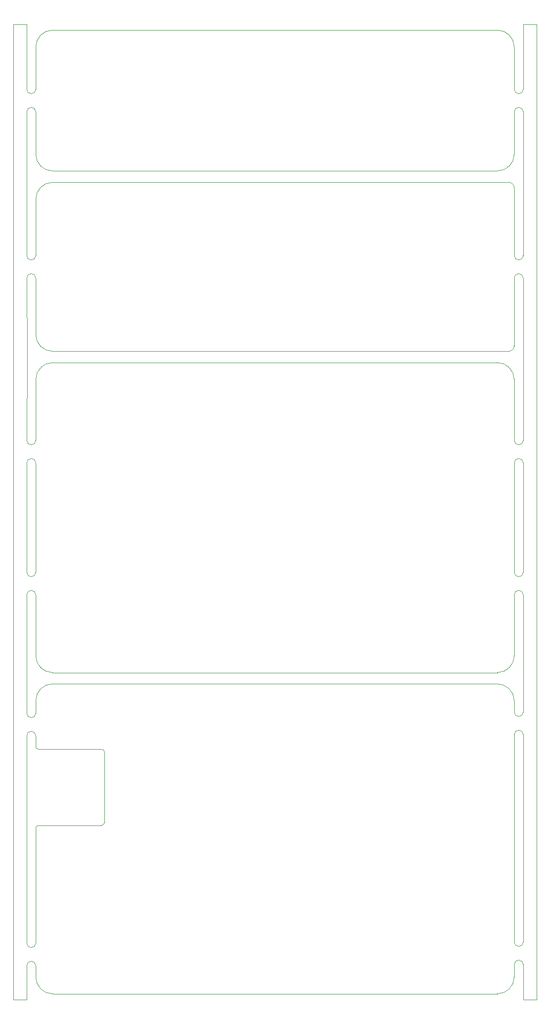
<source format=gbr>
%TF.GenerationSoftware,KiCad,Pcbnew,8.0.3*%
%TF.CreationDate,2024-07-18T08:21:33+12:00*%
%TF.ProjectId,Batch 1,42617463-6820-4312-9e6b-696361645f70,rev?*%
%TF.SameCoordinates,Original*%
%TF.FileFunction,Profile,NP*%
%FSLAX46Y46*%
G04 Gerber Fmt 4.6, Leading zero omitted, Abs format (unit mm)*
G04 Created by KiCad (PCBNEW 8.0.3) date 2024-07-18 08:21:33*
%MOMM*%
%LPD*%
G01*
G04 APERTURE LIST*
%TA.AperFunction,Profile*%
%ADD10C,0.050000*%
%TD*%
G04 APERTURE END LIST*
D10*
X102800001Y-27700001D02*
G75*
G02*
X103599999Y-28500001I-1J-799999D01*
G01*
X102000000Y-76000000D02*
X102000000Y-86300000D01*
X103600002Y-186000002D02*
X106000000Y-186000002D01*
X16199999Y-54799999D02*
G75*
G02*
X15400001Y-53999999I1J799999D01*
G01*
X15400002Y-176000002D02*
X15400002Y-139200002D01*
X29200002Y-154600002D02*
G75*
G02*
X28700002Y-155100002I-500002J2D01*
G01*
X13000000Y-186000000D02*
X13000000Y-129000000D01*
X17000000Y-44000000D02*
G75*
G02*
X20000000Y-41000000I3000000J0D01*
G01*
X15400000Y-24500000D02*
X15400000Y-13000000D01*
X17000002Y-134700002D02*
X17000002Y-133000002D01*
X101000000Y-41000000D02*
G75*
G02*
X102000000Y-42000000I0J-1000000D01*
G01*
X20000002Y-130000002D02*
X99000002Y-130000002D01*
X102000002Y-133000002D02*
X102000002Y-134500002D01*
X13000000Y-129000000D02*
X13000000Y-72000000D01*
X102000000Y-17000000D02*
X102000000Y-24000000D01*
X20000000Y-128000000D02*
X99000000Y-128000000D01*
X20000002Y-185000002D02*
X99000002Y-185000002D01*
X99000000Y-14000000D02*
G75*
G02*
X102000000Y-17000000I0J-3000000D01*
G01*
X105996250Y-13000000D02*
X106000000Y-40000000D01*
X17500002Y-141600002D02*
X28700002Y-141600002D01*
X20000002Y-185000002D02*
G75*
G02*
X16999998Y-182000002I-2J3000002D01*
G01*
X17000000Y-125000000D02*
X17000000Y-114700000D01*
X17000000Y-36000000D02*
X17000000Y-29000000D01*
X28700002Y-141600002D02*
G75*
G02*
X29199998Y-142100002I-2J-499998D01*
G01*
X20000000Y-73000000D02*
X99000000Y-73000000D01*
X20000000Y-128000000D02*
G75*
G02*
X17000000Y-125000000I0J3000000D01*
G01*
X16199999Y-25299999D02*
G75*
G02*
X15400001Y-24499999I1J799999D01*
G01*
X13000000Y-72000000D02*
X13000000Y-40000000D01*
X99000002Y-130000002D02*
G75*
G02*
X101999998Y-133000002I-2J-2999998D01*
G01*
X15400000Y-28500000D02*
G75*
G02*
X16200000Y-27700000I800000J0D01*
G01*
X102000002Y-180300002D02*
X102000002Y-182000002D01*
X106000000Y-129000002D02*
X106000000Y-186000002D01*
X20000000Y-41000000D02*
X101000000Y-41000000D01*
X13000000Y-40000000D02*
X13000000Y-13000000D01*
X20000000Y-71000000D02*
X101000000Y-71000000D01*
X17000000Y-68000000D02*
X17000000Y-58500000D01*
X15400002Y-129000002D02*
X15400002Y-135200002D01*
X99000000Y-73000000D02*
G75*
G02*
X102000000Y-76000000I0J-3000000D01*
G01*
X102000000Y-70000000D02*
G75*
G02*
X101000000Y-71000000I-1000000J0D01*
G01*
X15400000Y-13000000D02*
X13000000Y-13000000D01*
X15400000Y-86800000D02*
X15500000Y-72000000D01*
X20000000Y-14000000D02*
X99000000Y-14000000D01*
X105996250Y-40000000D02*
X106000000Y-72000000D01*
X15400001Y-53999999D02*
X15400000Y-40000000D01*
X102000002Y-139500002D02*
X102000002Y-175300002D01*
X17000000Y-86300000D02*
X17000000Y-76000000D01*
X103600000Y-72000000D02*
X103607500Y-86800000D01*
X103600000Y-13000000D02*
X103600000Y-24500000D01*
X20000000Y-71000000D02*
G75*
G02*
X17000000Y-68000000I0J3000000D01*
G01*
X15400000Y-58000000D02*
G75*
G02*
X16200000Y-57200000I800000J0D01*
G01*
X17000002Y-133000002D02*
G75*
G02*
X20000002Y-130000002I2999998J2D01*
G01*
X103600002Y-139000002D02*
X103600002Y-175800002D01*
X17000002Y-155600002D02*
G75*
G02*
X17500002Y-155100002I499998J2D01*
G01*
X15392500Y-129000000D02*
X15392500Y-114200000D01*
X17500002Y-141600002D02*
G75*
G02*
X16999998Y-141100002I-2J500002D01*
G01*
X103600000Y-28500000D02*
X103600000Y-40000000D01*
X102000000Y-36000000D02*
G75*
G02*
X99000000Y-39000000I-3000000J0D01*
G01*
X103600000Y-24500000D02*
G75*
G02*
X102800000Y-25300000I-800000J0D01*
G01*
X15400002Y-186000002D02*
X13000000Y-186000000D01*
X102000000Y-29000000D02*
X102000000Y-36000000D01*
X103600002Y-186000002D02*
X103600002Y-179800002D01*
X102000000Y-91300000D02*
X102000000Y-109700000D01*
X15400000Y-40000000D02*
X15400000Y-28500000D01*
X29200002Y-142100002D02*
X29200002Y-154600002D01*
X103600002Y-129000002D02*
X103600002Y-135000002D01*
X103603750Y-13000000D02*
X105996250Y-13000000D01*
X102000002Y-182000002D02*
G75*
G02*
X99000002Y-185000002I-3000002J2D01*
G01*
X20000000Y-39000000D02*
X99000000Y-39000000D01*
X102000000Y-125000000D02*
G75*
G02*
X99000000Y-128000000I-3000000J0D01*
G01*
X20000000Y-39000000D02*
G75*
G02*
X17000000Y-36000000I0J3000000D01*
G01*
X102000000Y-114700000D02*
X102000000Y-125000000D01*
X103600000Y-90800000D02*
X103600000Y-110200000D01*
X102000000Y-58500000D02*
X102000000Y-70000000D01*
X103600000Y-114200000D02*
X103600000Y-129000000D01*
X17000002Y-175500002D02*
X17000002Y-155600002D01*
X17000000Y-53500000D02*
X17000000Y-44000000D01*
X17000000Y-24000000D02*
X17000000Y-17000000D01*
X17000000Y-17000000D02*
G75*
G02*
X20000000Y-14000000I3000000J0D01*
G01*
X106000000Y-72000000D02*
X106000000Y-129000000D01*
X103600000Y-40000000D02*
X103600000Y-54000000D01*
X17000000Y-76000000D02*
G75*
G02*
X20000000Y-73000000I3000000J0D01*
G01*
X17000000Y-109700000D02*
X17000000Y-91300000D01*
X17000002Y-141100002D02*
X17000002Y-139700002D01*
X103600000Y-54000000D02*
G75*
G02*
X102800000Y-54800000I-800000J0D01*
G01*
X15400000Y-110200000D02*
X15400000Y-90800000D01*
X103599999Y-58000001D02*
X103600000Y-72000000D01*
X28700002Y-155100002D02*
X17500002Y-155100002D01*
X102000000Y-42000000D02*
X102000000Y-53500000D01*
X17000002Y-182000002D02*
X17000002Y-180500002D01*
X102800001Y-57200001D02*
G75*
G02*
X103599999Y-58000001I-1J-799999D01*
G01*
X15500000Y-72000000D02*
X15400000Y-58000000D01*
X15400002Y-186000002D02*
X15400002Y-180000002D01*
%TO.C,*%
X16200002Y-136000002D02*
G75*
G02*
X15400002Y-135200002I1J800001D01*
G01*
%TO.C,MB1*%
X17000000Y-24500000D02*
X17000000Y-24000000D01*
X17000000Y-28500000D02*
X17000000Y-29000000D01*
X16200000Y-27700000D02*
G75*
G02*
X17000000Y-28500000I-1J-800001D01*
G01*
X17000000Y-24500000D02*
G75*
G02*
X16200000Y-25300000I-800000J0D01*
G01*
%TO.C,*%
X16200000Y-87600000D02*
G75*
G02*
X15400000Y-86800000I1J800001D01*
G01*
%TO.C,MB4*%
X102000000Y-54000000D02*
X102000000Y-53500000D01*
X102000000Y-58000000D02*
X102000000Y-58500000D01*
X102000000Y-58000000D02*
G75*
G02*
X102800000Y-57200000I800000J0D01*
G01*
X102800000Y-54800000D02*
G75*
G02*
X102000000Y-54000000I1J800001D01*
G01*
%TO.C,REF\u002A\u002A*%
X102000000Y-86800000D02*
X102000000Y-86300000D01*
X102000000Y-90800000D02*
X102000000Y-91300000D01*
X102000000Y-90800000D02*
G75*
G02*
X102800000Y-90000000I800000J0D01*
G01*
X102800000Y-87600000D02*
G75*
G02*
X102000000Y-86800000I1J800001D01*
G01*
%TO.C,*%
X103600000Y-110200000D02*
G75*
G02*
X102800000Y-111000000I-800001J1D01*
G01*
X103607500Y-86800000D02*
G75*
G02*
X102807500Y-87600000I-800001J1D01*
G01*
X15400002Y-139200002D02*
G75*
G02*
X16200002Y-138400002I800001J-1D01*
G01*
X102800000Y-113400000D02*
G75*
G02*
X103600000Y-114200000I-1J-800001D01*
G01*
X102800002Y-179000002D02*
G75*
G02*
X103600002Y-179800002I-1J-800001D01*
G01*
%TO.C,REF\u002A\u002A*%
X17000002Y-176000002D02*
X17000002Y-175500002D01*
X17000002Y-180000002D02*
X17000002Y-180500002D01*
X16200002Y-179200002D02*
G75*
G02*
X17000002Y-180000002I-1J-800001D01*
G01*
X17000002Y-176000002D02*
G75*
G02*
X16200002Y-176800002I-800000J0D01*
G01*
%TO.C,*%
X102800000Y-90000000D02*
G75*
G02*
X103600000Y-90800000I-1J-800001D01*
G01*
%TO.C,REF\u002A\u002A*%
X102000002Y-135000002D02*
X102000002Y-134500002D01*
X102000002Y-139000002D02*
X102000002Y-139500002D01*
X102000002Y-139000002D02*
G75*
G02*
X102800002Y-138200002I800000J0D01*
G01*
X102800002Y-135800002D02*
G75*
G02*
X102000002Y-135000002I1J800001D01*
G01*
X17000000Y-86800000D02*
X17000000Y-86300000D01*
X17000000Y-90800000D02*
X17000000Y-91300000D01*
X16200000Y-90000000D02*
G75*
G02*
X17000000Y-90800000I-1J-800001D01*
G01*
X17000000Y-86800000D02*
G75*
G02*
X16200000Y-87600000I-800000J0D01*
G01*
%TO.C,*%
X15392500Y-114200000D02*
G75*
G02*
X16192500Y-113400000I800001J-1D01*
G01*
%TO.C,REF\u002A\u002A*%
X102000002Y-175800002D02*
X102000002Y-175300002D01*
X102000002Y-179800002D02*
X102000002Y-180300002D01*
X102000002Y-179800002D02*
G75*
G02*
X102800002Y-179000002I800000J0D01*
G01*
X102800002Y-176600002D02*
G75*
G02*
X102000002Y-175800002I1J800001D01*
G01*
%TO.C,*%
X15400000Y-90800000D02*
G75*
G02*
X16200000Y-90000000I800001J-1D01*
G01*
%TO.C,REF\u002A\u002A*%
X17000002Y-135200002D02*
X17000002Y-134700002D01*
X17000002Y-139200002D02*
X17000002Y-139700002D01*
X16200002Y-138400002D02*
G75*
G02*
X17000002Y-139200002I-1J-800001D01*
G01*
X17000002Y-135200002D02*
G75*
G02*
X16200002Y-136000002I-800000J0D01*
G01*
%TO.C,*%
X102800002Y-138200002D02*
G75*
G02*
X103600002Y-139000002I-1J-800001D01*
G01*
X15400002Y-180000002D02*
G75*
G02*
X16200002Y-179200002I800001J-1D01*
G01*
X103600002Y-175800002D02*
G75*
G02*
X102800002Y-176600002I-800001J1D01*
G01*
%TO.C,MB2*%
X102000000Y-24500000D02*
X102000000Y-24000000D01*
X102000000Y-28500000D02*
X102000000Y-29000000D01*
X102000000Y-28500000D02*
G75*
G02*
X102800000Y-27700000I800000J0D01*
G01*
X102800000Y-25300000D02*
G75*
G02*
X102000000Y-24500000I1J800001D01*
G01*
%TO.C,*%
X103600002Y-135000002D02*
G75*
G02*
X102800002Y-135800002I-800001J1D01*
G01*
%TO.C,REF\u002A\u002A*%
X17000000Y-110200000D02*
X17000000Y-109700000D01*
X17000000Y-114200000D02*
X17000000Y-114700000D01*
X16200000Y-113400000D02*
G75*
G02*
X17000000Y-114200000I-1J-800001D01*
G01*
X17000000Y-110200000D02*
G75*
G02*
X16200000Y-111000000I-800000J0D01*
G01*
%TO.C,MB3*%
X17000000Y-54000000D02*
X17000000Y-53500000D01*
X17000000Y-58000000D02*
X17000000Y-58500000D01*
X16200000Y-57200000D02*
G75*
G02*
X17000000Y-58000000I-1J-800001D01*
G01*
X17000000Y-54000000D02*
G75*
G02*
X16200000Y-54800000I-800000J0D01*
G01*
%TO.C,*%
X16200002Y-176800002D02*
G75*
G02*
X15400002Y-176000002I1J800001D01*
G01*
%TO.C,REF\u002A\u002A*%
X102000000Y-110200000D02*
X102000000Y-109700000D01*
X102000000Y-114200000D02*
X102000000Y-114700000D01*
X102000000Y-114200000D02*
G75*
G02*
X102800000Y-113400000I800000J0D01*
G01*
X102800000Y-111000000D02*
G75*
G02*
X102000000Y-110200000I1J800001D01*
G01*
%TO.C,*%
X16200000Y-111000000D02*
G75*
G02*
X15400000Y-110200000I1J800001D01*
G01*
%TD*%
M02*

</source>
